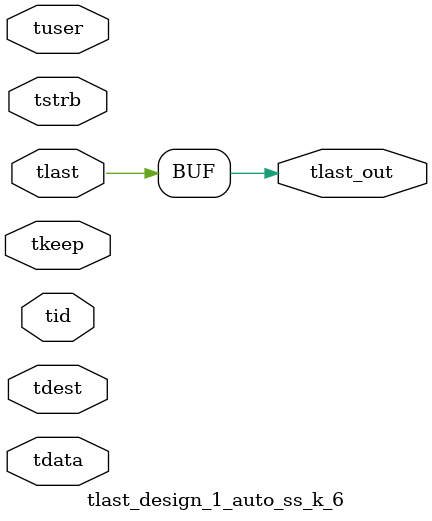
<source format=v>


`timescale 1ps/1ps

module tlast_design_1_auto_ss_k_6 #
(
parameter C_S_AXIS_TID_WIDTH   = 1,
parameter C_S_AXIS_TUSER_WIDTH = 0,
parameter C_S_AXIS_TDATA_WIDTH = 0,
parameter C_S_AXIS_TDEST_WIDTH = 0
)
(
input  [(C_S_AXIS_TID_WIDTH   == 0 ? 1 : C_S_AXIS_TID_WIDTH)-1:0       ] tid,
input  [(C_S_AXIS_TDATA_WIDTH == 0 ? 1 : C_S_AXIS_TDATA_WIDTH)-1:0     ] tdata,
input  [(C_S_AXIS_TUSER_WIDTH == 0 ? 1 : C_S_AXIS_TUSER_WIDTH)-1:0     ] tuser,
input  [(C_S_AXIS_TDEST_WIDTH == 0 ? 1 : C_S_AXIS_TDEST_WIDTH)-1:0     ] tdest,
input  [(C_S_AXIS_TDATA_WIDTH/8)-1:0 ] tkeep,
input  [(C_S_AXIS_TDATA_WIDTH/8)-1:0 ] tstrb,
input  [0:0]                                                             tlast,
output                                                                   tlast_out
);

assign tlast_out = {tlast};

endmodule


</source>
